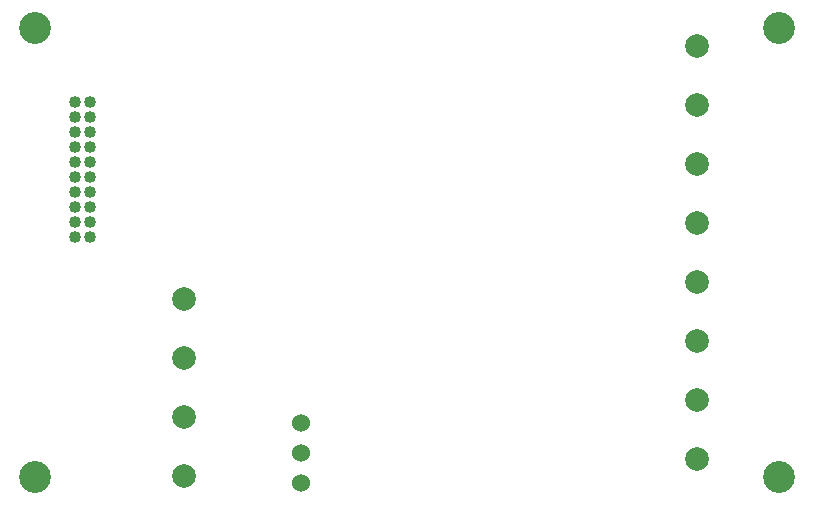
<source format=gbr>
G04 #@! TF.FileFunction,Soldermask,Bot*
%FSLAX46Y46*%
G04 Gerber Fmt 4.6, Leading zero omitted, Abs format (unit mm)*
G04 Created by KiCad (PCBNEW 4.0.2+e4-6225~38~ubuntu14.04.1-stable) date Fri 29 Jul 2016 12:50:15 AM PDT*
%MOMM*%
G01*
G04 APERTURE LIST*
%ADD10C,0.100000*%
%ADD11C,2.000000*%
%ADD12C,1.524000*%
%ADD13C,1.016000*%
%ADD14C,2.700000*%
G04 APERTURE END LIST*
D10*
D11*
X162000000Y-107500000D03*
X162000000Y-102500000D03*
X162000000Y-72500000D03*
X162000000Y-77500000D03*
X162000000Y-97500000D03*
X162000000Y-92500000D03*
X162000000Y-87500000D03*
X162000000Y-82500000D03*
D12*
X128500000Y-107000000D03*
X128500000Y-109540000D03*
X128500000Y-104460000D03*
D11*
X118600000Y-93900000D03*
X118600000Y-98900000D03*
X118600000Y-103900000D03*
X118600000Y-108900000D03*
D13*
X109365000Y-77285000D03*
X110635000Y-77285000D03*
X109365000Y-88715000D03*
X109365000Y-78555000D03*
X110635000Y-78555000D03*
X109365000Y-79825000D03*
X110635000Y-79825000D03*
X109365000Y-81095000D03*
X110635000Y-81095000D03*
X109365000Y-82365000D03*
X110635000Y-82365000D03*
X109365000Y-83635000D03*
X110635000Y-83635000D03*
X109365000Y-84905000D03*
X110635000Y-84905000D03*
X109365000Y-86175000D03*
X110635000Y-86175000D03*
X109365000Y-87445000D03*
X110635000Y-87445000D03*
X110635000Y-88715000D03*
D14*
X169000000Y-109000000D03*
X169000000Y-71000000D03*
X106000000Y-71000000D03*
X106000000Y-109000000D03*
M02*

</source>
